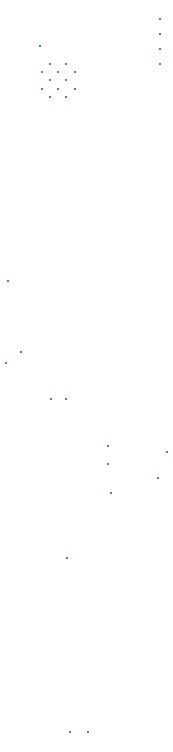
<source format=gbr>
%TF.GenerationSoftware,KiCad,Pcbnew,8.0.5*%
%TF.CreationDate,2024-11-01T20:03:02+05:30*%
%TF.ProjectId,ESP32 with sensor,45535033-3220-4776-9974-682073656e73,rev?*%
%TF.SameCoordinates,Original*%
%TF.FileFunction,Plated,1,2,PTH,Drill*%
%TF.FilePolarity,Positive*%
%FSLAX46Y46*%
G04 Gerber Fmt 4.6, Leading zero omitted, Abs format (unit mm)*
G04 Created by KiCad (PCBNEW 8.0.5) date 2024-11-01 20:03:02*
%MOMM*%
%LPD*%
G01*
G04 APERTURE LIST*
%TA.AperFunction,ViaDrill*%
%ADD10C,0.300000*%
%TD*%
%TA.AperFunction,ComponentDrill*%
%ADD11C,0.300000*%
%TD*%
G04 APERTURE END LIST*
D10*
X124942880Y-144867880D03*
X125086630Y-137899130D03*
X126212880Y-143907777D03*
X127830000Y-117970000D03*
X128752880Y-147867880D03*
X130022880Y-147867880D03*
X130117880Y-161367880D03*
X130367880Y-176117880D03*
X131867880Y-176117880D03*
X133617880Y-151867880D03*
X133617880Y-153367880D03*
X133867880Y-155867880D03*
X137842880Y-154617880D03*
X137967880Y-117017880D03*
X138000000Y-118287880D03*
X138000000Y-119500000D03*
X138002120Y-115747880D03*
X138617880Y-152400000D03*
D11*
%TO.C,U1*%
X127967880Y-120227880D03*
X127967880Y-121627880D03*
X128667880Y-119527880D03*
X128667880Y-120927880D03*
X128667880Y-122327880D03*
X129342880Y-120227880D03*
X129342880Y-121627880D03*
X130067880Y-119527880D03*
X130067880Y-120927880D03*
X130067880Y-122327880D03*
X130767880Y-120227880D03*
X130767880Y-121627880D03*
M02*

</source>
